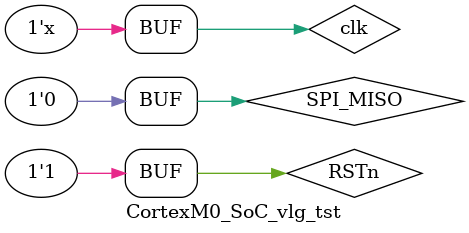
<source format=v>
`timescale 1 ns/ 1 ps
module CortexM0_SoC_vlg_tst();

reg clk;
reg RSTn;
reg SPI_MISO;

CortexM0_SoC i1 (
    .clk(clk),
    .RSTn(RSTn),
    .SPI_MISO(SPI_MISO)
);

initial begin
    clk = 0;
    RSTn=0;
    #100
    RSTn=1;
end 

always begin                                                  
    #1 clk = ~clk;
end       

initial begin
    SPI_MISO = 0;
    #4200
    SPI_MISO = 1;
    #180
    SPI_MISO = 0;
end
endmodule

</source>
